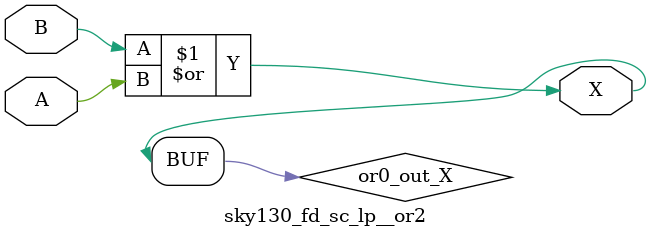
<source format=v>
/*
 * Copyright 2020 The SkyWater PDK Authors
 *
 * Licensed under the Apache License, Version 2.0 (the "License");
 * you may not use this file except in compliance with the License.
 * You may obtain a copy of the License at
 *
 *     https://www.apache.org/licenses/LICENSE-2.0
 *
 * Unless required by applicable law or agreed to in writing, software
 * distributed under the License is distributed on an "AS IS" BASIS,
 * WITHOUT WARRANTIES OR CONDITIONS OF ANY KIND, either express or implied.
 * See the License for the specific language governing permissions and
 * limitations under the License.
 *
 * SPDX-License-Identifier: Apache-2.0
*/


`ifndef SKY130_FD_SC_LP__OR2_FUNCTIONAL_V
`define SKY130_FD_SC_LP__OR2_FUNCTIONAL_V

/**
 * or2: 2-input OR.
 *
 * Verilog simulation functional model.
 */

`timescale 1ns / 1ps
`default_nettype none

`celldefine
module sky130_fd_sc_lp__or2 (
    X,
    A,
    B
);

    // Module ports
    output X;
    input  A;
    input  B;

    // Local signals
    wire or0_out_X;

    //  Name  Output     Other arguments
    or  or0  (or0_out_X, B, A           );
    buf buf0 (X        , or0_out_X      );

endmodule
`endcelldefine

`default_nettype wire
`endif  // SKY130_FD_SC_LP__OR2_FUNCTIONAL_V
</source>
